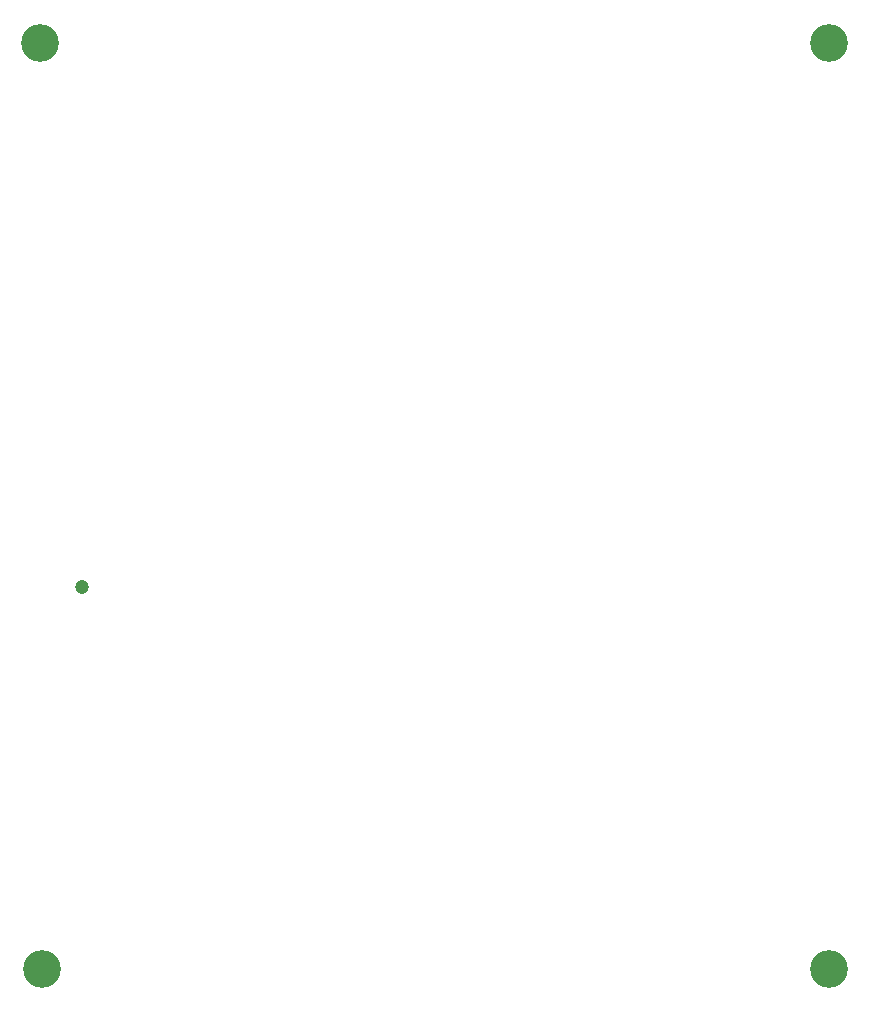
<source format=gbr>
%TF.GenerationSoftware,KiCad,Pcbnew,7.0.9*%
%TF.CreationDate,2024-01-03T22:11:45+05:30*%
%TF.ProjectId,BMS OPAMP,424d5320-4f50-4414-9d50-2e6b69636164,rev?*%
%TF.SameCoordinates,Original*%
%TF.FileFunction,NonPlated,1,2,NPTH,Drill*%
%TF.FilePolarity,Positive*%
%FSLAX46Y46*%
G04 Gerber Fmt 4.6, Leading zero omitted, Abs format (unit mm)*
G04 Created by KiCad (PCBNEW 7.0.9) date 2024-01-03 22:11:45*
%MOMM*%
%LPD*%
G01*
G04 APERTURE LIST*
%TA.AperFunction,ComponentDrill*%
%ADD10C,1.200000*%
%TD*%
%TA.AperFunction,ComponentDrill*%
%ADD11C,3.200000*%
%TD*%
G04 APERTURE END LIST*
D10*
%TO.C,J2*%
X40972000Y-65175000D03*
D11*
%TO.C,H3*%
X37363400Y-19100800D03*
%TO.C,H4*%
X37566600Y-97459800D03*
%TO.C,H1*%
X104216200Y-19100800D03*
%TO.C,H2*%
X104241600Y-97485200D03*
M02*

</source>
